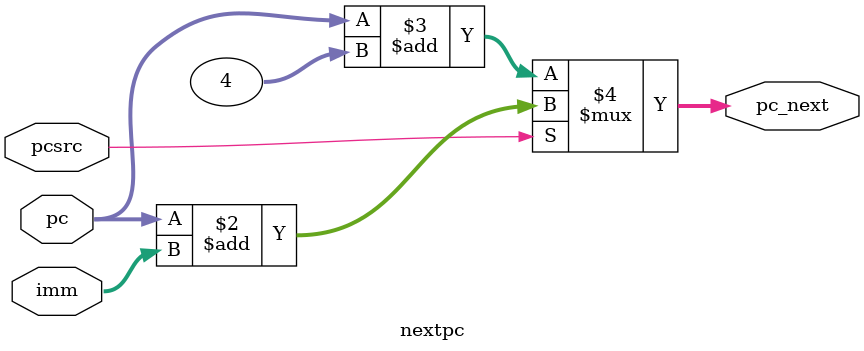
<source format=sv>
module nextpc (pc,imm,pcsrc,pc_next);
	input logic pcsrc;
	input logic [31:0] imm,pc;
	output logic [31:0] pc_next;
always_comb
begin
	pc_next=pcsrc?(pc+imm):(pc+32'h00000004);
end
endmodule

</source>
